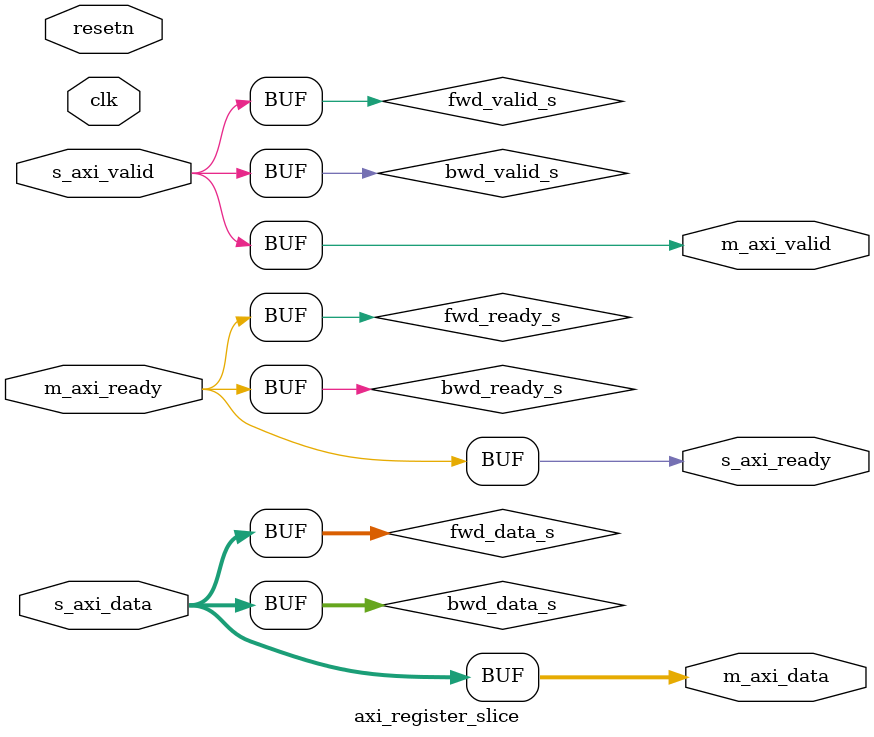
<source format=v>

module axi_register_slice #(

  parameter DATA_WIDTH = 32,
  parameter FORWARD_REGISTERED = 0,
  parameter BACKWARD_REGISTERED = 0)(

  input clk,
  input resetn,

  input s_axi_valid,
  output s_axi_ready,
  input [DATA_WIDTH-1:0] s_axi_data,

  output m_axi_valid,
  input m_axi_ready,
  output [DATA_WIDTH-1:0] m_axi_data
);

/*
 s_axi_data  -> bwd_data     -> fwd_data(1)  -> m_axi_data
 s_axi_valid -> bwd_valid    -> fwd_valid(1) -> m_axi_valid
 s_axi_ready <- bwd_ready(2) <- fwd_ready <- m_axi_ready

 (1) FORWARD_REGISTERED inserts a set of FF before m_axi_data and m_axi_valid
 (2) BACKWARD_REGISTERED insters a FF before s_axi_ready
*/

wire [DATA_WIDTH-1:0] bwd_data_s;
wire bwd_valid_s;
wire bwd_ready_s;
wire [DATA_WIDTH-1:0] fwd_data_s;
wire fwd_valid_s;
wire fwd_ready_s;

generate if (FORWARD_REGISTERED == 1) begin

  reg fwd_valid = 1'b0;
  reg [DATA_WIDTH-1:0] fwd_data = 'h00;

  assign fwd_ready_s = ~fwd_valid | m_axi_ready;
  assign fwd_valid_s = fwd_valid;
  assign fwd_data_s = fwd_data;

  always @(posedge clk) begin
    if (~fwd_valid | m_axi_ready)
      fwd_data <= bwd_data_s;
  end

  always @(posedge clk) begin
    if (resetn == 1'b0) begin
      fwd_valid <= 1'b0;
    end else begin
      if (bwd_valid_s)
        fwd_valid <= 1'b1;
      else if (m_axi_ready)
        fwd_valid <= 1'b0;
    end
  end

end else begin
  assign fwd_data_s = bwd_data_s;
  assign fwd_valid_s = bwd_valid_s;
  assign fwd_ready_s = m_axi_ready;
end
endgenerate

generate if (BACKWARD_REGISTERED == 1) begin

  reg bwd_ready = 1'b1;
  reg [DATA_WIDTH-1:0] bwd_data = 'h00;

  assign bwd_valid_s = ~bwd_ready | s_axi_valid;
  assign bwd_data_s = bwd_ready ? s_axi_data : bwd_data;
  assign bwd_ready_s = bwd_ready;

  always @(posedge clk) begin
    if (bwd_ready)
      bwd_data <= s_axi_data;
  end

  always @(posedge clk) begin
    if (resetn == 1'b0) begin
      bwd_ready <= 1'b1;
    end else begin
      if (fwd_ready_s)
        bwd_ready <= 1'b1;
      else if (s_axi_valid)
        bwd_ready <= 1'b0;
    end
  end

end else begin
  assign bwd_valid_s = s_axi_valid;
  assign bwd_data_s = s_axi_data;
  assign bwd_ready_s = fwd_ready_s;
end endgenerate

assign m_axi_data = fwd_data_s;
assign m_axi_valid = fwd_valid_s;
assign s_axi_ready = bwd_ready_s;

endmodule

</source>
